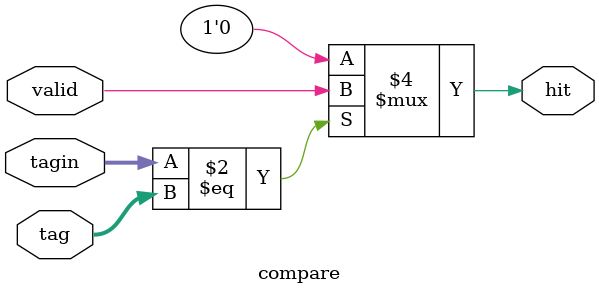
<source format=sv>
module compare(
	input [23:0] tagin,
	input [23:0] tag,
	input valid,
	output logic hit
);

always_comb begin
	if(tagin==tag) hit = valid;
	else hit = 0;
end
endmodule : compare

</source>
